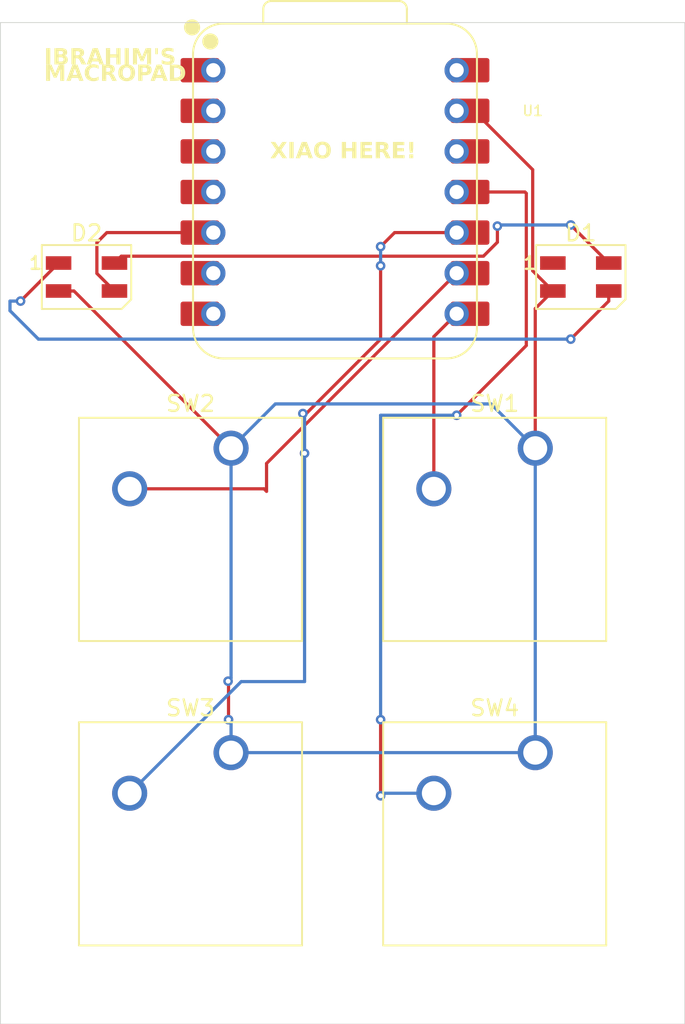
<source format=kicad_pcb>
(kicad_pcb (version 20241229) (generator "pcbnew") (generator_version "9.0")
  (layers (0 "F.Cu" signal) (2 "B.Cu" signal) (13 "F.Paste" user) (15 "B.Paste" user) (5 "F.SilkS" user "F.Silkscreen") (7 "B.SilkS" user "B.Silkscreen") (1 "F.Mask" user) (3 "B.Mask" user) (25 "Edge.Cuts" user))
  (net 0 "")
  (net 2 "Net-(D1-DIN)")
  (net 3 "Net-(D1-VDD)")
  (net 4 "GND")
  (net 5 "Net-(D2-DIN)")
  (net 6 "Net-(U1-GPIO1{slash}RX)")
  (net 7 "Net-(U1-GPIO2{slash}SCK)")
  (net 8 "Net-(U1-GPIO4{slash}MISO)")
  (net 9 "Net-(U1-GPIO3{slash}MOSI)")
  (net 17 "+5V")
  (footprint "LED_SMD:LED_SK6812MINI_PLCC4_3.5x3.5mm_P1.75mm" (layer "F.Cu") (at 169.7 91.3625)
    (property "Reference" "D2" (at 0 -2.75 0) (layer "F.SilkS"))
    (property "Value" "SK6812MINI")
    (fp_line (start -2.8 -2) (end -2.8 2) (stroke (width 0.12)) (layer "F.SilkS"))
    (fp_line (start -2.8 -2) (end 2.8 -2) (stroke (width 0.12)) (layer "F.SilkS"))
    (fp_line (start -2.8 2) (end 2.2 2) (stroke (width 0.12)) (layer "F.SilkS"))
    (fp_line (start 2.8 1.4) (end 2.2 2) (stroke (width 0.12)) (layer "F.SilkS"))
    (fp_line (start 2.8 1.4) (end 2.8 -2) (stroke (width 0.12)) (layer "F.SilkS"))
    (fp_text user "1" (at -3.2 -0.875 0) (layer "F.SilkS") (effects (font (size 0.8 0.8))))
    (pad "1" smd rect (at -1.75 -0.875) (size 1.6 0.85) (layers "F.Cu" "F.Mask" "F.Paste") (net 2 "Net-(D1-DIN)"))
    (pad "2" smd rect (at -1.75 0.875) (size 1.6 0.85) (layers "F.Cu" "F.Mask" "F.Paste") (net 4 "GND"))
    (pad "3" smd rect (at 1.75 0.875) (size 1.6 0.85) (layers "F.Cu" "F.Mask" "F.Paste") (net 5 "Net-(D2-DIN)"))
    (pad "4" smd rect (at 1.75 -0.875) (size 1.6 0.85) (layers "F.Cu" "F.Mask" "F.Paste") (net 3 "Net-(D1-VDD)"))
  )
  (footprint "Button_Switch_Keyboard:SW_Cherry_MX_1.00u_PCB" (layer "F.Cu") (at 197.8025 102.07625)
    (property "Reference" "SW1" (at -2.54 -2.794 0) (layer "F.SilkS"))
    (property "Value" "SW_Push")
    (fp_line (start -9.525 -1.905) (end 4.445 -1.905) (stroke (width 0.12)) (layer "F.SilkS"))
    (fp_line (start -9.525 12.065) (end -9.525 -1.905) (stroke (width 0.12)) (layer "F.SilkS"))
    (fp_line (start 4.445 -1.905) (end 4.445 12.065) (stroke (width 0.12)) (layer "F.SilkS"))
    (fp_line (start 4.445 12.065) (end -9.525 12.065) (stroke (width 0.12)) (layer "F.SilkS"))
    (pad "" np_thru_hole circle (at -7.62 5.08) (size 1.7 1.7) (drill 1.7) (layers "*.Cu" "*.Mask"))
    (pad "" np_thru_hole circle (at -2.54 5.08) (size 4 4) (drill 4) (layers "*.Cu" "*.Mask"))
    (pad "" np_thru_hole circle (at 2.54 5.08) (size 1.7 1.7) (drill 1.7) (layers "*.Cu" "*.Mask"))
    (pad "1" thru_hole circle (at 0 0) (size 2.2 2.2) (drill 1.5) (layers "*.Cu" "*.Mask") (net 4 "GND"))
    (pad "2" thru_hole circle (at -6.35 2.54) (size 2.2 2.2) (drill 1.5) (layers "*.Cu" "*.Mask") (net 6 "Net-(U1-GPIO1{slash}RX)"))
  )
  (footprint "Button_Switch_Keyboard:SW_Cherry_MX_1.00u_PCB" (layer "F.Cu") (at 178.7525 102.07625)
    (property "Reference" "SW2" (at -2.54 -2.794 0) (layer "F.SilkS"))
    (property "Value" "SW_Push")
    (fp_line (start -9.525 -1.905) (end 4.445 -1.905) (stroke (width 0.12)) (layer "F.SilkS"))
    (fp_line (start -9.525 12.065) (end -9.525 -1.905) (stroke (width 0.12)) (layer "F.SilkS"))
    (fp_line (start 4.445 -1.905) (end 4.445 12.065) (stroke (width 0.12)) (layer "F.SilkS"))
    (fp_line (start 4.445 12.065) (end -9.525 12.065) (stroke (width 0.12)) (layer "F.SilkS"))
    (pad "" np_thru_hole circle (at -7.62 5.08) (size 1.7 1.7) (drill 1.7) (layers "*.Cu" "*.Mask"))
    (pad "" np_thru_hole circle (at -2.54 5.08) (size 4 4) (drill 4) (layers "*.Cu" "*.Mask"))
    (pad "" np_thru_hole circle (at 2.54 5.08) (size 1.7 1.7) (drill 1.7) (layers "*.Cu" "*.Mask"))
    (pad "1" thru_hole circle (at 0 0) (size 2.2 2.2) (drill 1.5) (layers "*.Cu" "*.Mask") (net 4 "GND"))
    (pad "2" thru_hole circle (at -6.35 2.54) (size 2.2 2.2) (drill 1.5) (layers "*.Cu" "*.Mask") (net 7 "Net-(U1-GPIO2{slash}SCK)"))
  )
  (footprint "Button_Switch_Keyboard:SW_Cherry_MX_1.00u_PCB" (layer "F.Cu") (at 178.7525 121.12625)
    (property "Reference" "SW3" (at -2.54 -2.794 0) (layer "F.SilkS"))
    (property "Value" "SW_Push")
    (fp_line (start -9.525 -1.905) (end 4.445 -1.905) (stroke (width 0.12)) (layer "F.SilkS"))
    (fp_line (start -9.525 12.065) (end -9.525 -1.905) (stroke (width 0.12)) (layer "F.SilkS"))
    (fp_line (start 4.445 -1.905) (end 4.445 12.065) (stroke (width 0.12)) (layer "F.SilkS"))
    (fp_line (start 4.445 12.065) (end -9.525 12.065) (stroke (width 0.12)) (layer "F.SilkS"))
    (pad "" np_thru_hole circle (at -7.62 5.08) (size 1.7 1.7) (drill 1.7) (layers "*.Cu" "*.Mask"))
    (pad "" np_thru_hole circle (at -2.54 5.08) (size 4 4) (drill 4) (layers "*.Cu" "*.Mask"))
    (pad "" np_thru_hole circle (at 2.54 5.08) (size 1.7 1.7) (drill 1.7) (layers "*.Cu" "*.Mask"))
    (pad "1" thru_hole circle (at 0 0) (size 2.2 2.2) (drill 1.5) (layers "*.Cu" "*.Mask") (net 4 "GND"))
    (pad "2" thru_hole circle (at -6.35 2.54) (size 2.2 2.2) (drill 1.5) (layers "*.Cu" "*.Mask") (net 8 "Net-(U1-GPIO4{slash}MISO)"))
  )
  (footprint "Button_Switch_Keyboard:SW_Cherry_MX_1.00u_PCB" (layer "F.Cu") (at 197.8025 121.12625)
    (property "Reference" "SW4" (at -2.54 -2.794 0) (layer "F.SilkS"))
    (property "Value" "SW_Push")
    (fp_line (start -9.525 -1.905) (end 4.445 -1.905) (stroke (width 0.12)) (layer "F.SilkS"))
    (fp_line (start -9.525 12.065) (end -9.525 -1.905) (stroke (width 0.12)) (layer "F.SilkS"))
    (fp_line (start 4.445 -1.905) (end 4.445 12.065) (stroke (width 0.12)) (layer "F.SilkS"))
    (fp_line (start 4.445 12.065) (end -9.525 12.065) (stroke (width 0.12)) (layer "F.SilkS"))
    (pad "" np_thru_hole circle (at -7.62 5.08) (size 1.7 1.7) (drill 1.7) (layers "*.Cu" "*.Mask"))
    (pad "" np_thru_hole circle (at -2.54 5.08) (size 4 4) (drill 4) (layers "*.Cu" "*.Mask"))
    (pad "" np_thru_hole circle (at 2.54 5.08) (size 1.7 1.7) (drill 1.7) (layers "*.Cu" "*.Mask"))
    (pad "1" thru_hole circle (at 0 0) (size 2.2 2.2) (drill 1.5) (layers "*.Cu" "*.Mask") (net 4 "GND"))
    (pad "2" thru_hole circle (at -6.35 2.54) (size 2.2 2.2) (drill 1.5) (layers "*.Cu" "*.Mask") (net 9 "Net-(U1-GPIO3{slash}MOSI)"))
  )
  (footprint "LED_SMD:LED_SK6812MINI_PLCC4_3.5x3.5mm_P1.75mm" (layer "F.Cu") (at 200.65625 91.3625)
    (property "Reference" "D1" (at 0 -2.75 0) (layer "F.SilkS"))
    (property "Value" "SK6812MINI")
    (fp_line (start -2.8 -2) (end -2.8 2) (stroke (width 0.12)) (layer "F.SilkS"))
    (fp_line (start -2.8 -2) (end 2.8 -2) (stroke (width 0.12)) (layer "F.SilkS"))
    (fp_line (start -2.8 2) (end 2.2 2) (stroke (width 0.12)) (layer "F.SilkS"))
    (fp_line (start 2.8 1.4) (end 2.2 2) (stroke (width 0.12)) (layer "F.SilkS"))
    (fp_line (start 2.8 1.4) (end 2.8 -2) (stroke (width 0.12)) (layer "F.SilkS"))
    (fp_text user "1" (at -3.2 -0.875 0) (layer "F.SilkS") (effects (font (size 0.8 0.8))))
    (pad "1" smd rect (at -1.75 -0.875) (size 1.6 0.85) (layers "F.Cu" "F.Mask" "F.Paste"))
    (pad "2" smd rect (at -1.75 0.875) (size 1.6 0.85) (layers "F.Cu" "F.Mask" "F.Paste") (net 4 "GND"))
    (pad "3" smd rect (at 1.75 0.875) (size 1.6 0.85) (layers "F.Cu" "F.Mask" "F.Paste") (net 2 "Net-(D1-DIN)"))
    (pad "4" smd rect (at 1.75 -0.875) (size 1.6 0.85) (layers "F.Cu" "F.Mask" "F.Paste") (net 3 "Net-(D1-VDD)"))
  )
  (footprint "OPL:XIAO-RP2040-DIP" (layer "F.Cu") (at 185.26125 86.0425)
    (property "Reference" "U1" (at 12.3825 -5.08 0) (layer "F.SilkS") (effects (font (size 0.635 0.635) (thickness 0.1016))))
    (property "Value" "XIAO-RP2040-DIP")
    (fp_line (start -8.89 8.509) (end -8.89 -8.636) (stroke (width 0.127)) (layer "F.SilkS"))
    (fp_line (start -6.985 10.414) (end 6.985 10.414) (stroke (width 0.127)) (layer "F.SilkS"))
    (fp_line (start -4.495 -10.541) (end -4.491272 -11.451272) (stroke (width 0.127)) (layer "F.SilkS"))
    (fp_line (start -3.991272 -11.951) (end 4.004 -11.951) (stroke (width 0.127)) (layer "F.SilkS"))
    (fp_line (start 4.504 -11.451) (end 4.504 -10.541) (stroke (width 0.127)) (layer "F.SilkS"))
    (fp_line (start 6.985 -10.541) (end -6.985 -10.541) (stroke (width 0.1)) (layer "F.SilkS"))
    (fp_line (start 6.985 -10.541) (end -6.985 -10.541) (stroke (width 0.127)) (layer "F.SilkS"))
    (fp_line (start 8.89 8.509) (end 8.89 -8.636) (stroke (width 0.127)) (layer "F.SilkS"))
    (fp_arc (start -8.89 -8.636) (mid -8.332038 -9.983038) (end -6.985 -10.541) (stroke (width 0.127)) (layer "F.SilkS"))
    (fp_arc (start -6.985 10.414) (mid -8.332038 9.856038) (end -8.89 8.509) (stroke (width 0.127)) (layer "F.SilkS"))
    (fp_arc (start -4.491272 -11.451272) (mid -4.344728 -11.80464) (end -3.991272 -11.951) (stroke (width 0.127)) (layer "F.SilkS"))
    (fp_arc (start 4.004 -11.951) (mid 4.357553 -11.804553) (end 4.504 -11.451) (stroke (width 0.127)) (layer "F.SilkS"))
    (fp_arc (start 6.985 -10.541) (mid 8.332038 -9.983038) (end 8.89 -8.636) (stroke (width 0.127)) (layer "F.SilkS"))
    (fp_arc (start 8.89 8.509) (mid 8.332038 9.856038) (end 6.985 10.414) (stroke (width 0.127)) (layer "F.SilkS"))
    (fp_circle (center -8.95 -10.3) (end -8.95 -10.554) (stroke (width 0.5)) (fill yes) (layer "F.SilkS"))
    (fp_circle (center -7.807 -9.42) (end -7.807 -9.674) (stroke (width 0.5)) (fill yes) (layer "F.SilkS"))
    (pad "1" smd roundrect (at -8.455 -7.62 180) (size 2.432 1.524) (layers "F.Cu" "F.Mask") (roundrect_rratio 0.1))
    (pad "1" thru_hole circle (at -7.62 -7.62 180) (size 1.524 1.524) (drill 0.889) (layers "*.Cu" "*.Mask"))
    (pad "2" smd roundrect (at -8.455 -5.08 180) (size 2.432 1.524) (layers "F.Cu" "F.Mask") (roundrect_rratio 0.1))
    (pad "2" thru_hole circle (at -7.62 -5.08 180) (size 1.524 1.524) (drill 0.889) (layers "*.Cu" "*.Mask"))
    (pad "3" smd roundrect (at -8.455 -2.54 180) (size 2.432 1.524) (layers "F.Cu" "F.Mask") (roundrect_rratio 0.1))
    (pad "3" thru_hole circle (at -7.62 -2.54 180) (size 1.524 1.524) (drill 0.889) (layers "*.Cu" "*.Mask"))
    (pad "4" smd roundrect (at -8.455 0 180) (size 2.432 1.524) (layers "F.Cu" "F.Mask") (roundrect_rratio 0.1))
    (pad "4" thru_hole circle (at -7.62 0 180) (size 1.524 1.524) (drill 0.889) (layers "*.Cu" "*.Mask"))
    (pad "5" smd roundrect (at -8.455 2.54 180) (size 2.432 1.524) (layers "F.Cu" "F.Mask") (roundrect_rratio 0.1) (net 5 "Net-(D2-DIN)"))
    (pad "5" thru_hole circle (at -7.62 2.54 180) (size 1.524 1.524) (drill 0.889) (layers "*.Cu" "*.Mask") (net 5 "Net-(D2-DIN)"))
    (pad "6" smd roundrect (at -8.455 5.08 180) (size 2.432 1.524) (layers "F.Cu" "F.Mask") (roundrect_rratio 0.1))
    (pad "6" thru_hole circle (at -7.62 5.08 180) (size 1.524 1.524) (drill 0.889) (layers "*.Cu" "*.Mask"))
    (pad "7" smd roundrect (at -8.455 7.62 180) (size 2.432 1.524) (layers "F.Cu" "F.Mask") (roundrect_rratio 0.1))
    (pad "7" thru_hole circle (at -7.62 7.62 180) (size 1.524 1.524) (drill 0.889) (layers "*.Cu" "*.Mask"))
    (pad "8" thru_hole circle (at 7.62 7.62) (size 1.524 1.524) (drill 0.889) (layers "*.Cu" "*.Mask") (net 6 "Net-(U1-GPIO1{slash}RX)"))
    (pad "8" smd roundrect (at 8.455 7.62) (size 2.432 1.524) (layers "F.Cu" "F.Mask") (roundrect_rratio 0.1) (net 6 "Net-(U1-GPIO1{slash}RX)"))
    (pad "9" thru_hole circle (at 7.62 5.08) (size 1.524 1.524) (drill 0.889) (layers "*.Cu" "*.Mask") (net 7 "Net-(U1-GPIO2{slash}SCK)"))
    (pad "9" smd roundrect (at 8.455 5.08) (size 2.432 1.524) (layers "F.Cu" "F.Mask") (roundrect_rratio 0.1) (net 7 "Net-(U1-GPIO2{slash}SCK)"))
    (pad "10" thru_hole circle (at 7.62 2.54) (size 1.524 1.524) (drill 0.889) (layers "*.Cu" "*.Mask") (net 8 "Net-(U1-GPIO4{slash}MISO)"))
    (pad "10" smd roundrect (at 8.455 2.54) (size 2.432 1.524) (layers "F.Cu" "F.Mask") (roundrect_rratio 0.1) (net 8 "Net-(U1-GPIO4{slash}MISO)"))
    (pad "11" thru_hole circle (at 7.62 0) (size 1.524 1.524) (drill 0.889) (layers "*.Cu" "*.Mask") (net 9 "Net-(U1-GPIO3{slash}MOSI)"))
    (pad "11" smd roundrect (at 8.455 0) (size 2.432 1.524) (layers "F.Cu" "F.Mask") (roundrect_rratio 0.1) (net 9 "Net-(U1-GPIO3{slash}MOSI)"))
    (pad "12" thru_hole circle (at 7.62 -2.54) (size 1.524 1.524) (drill 0.889) (layers "*.Cu" "*.Mask"))
    (pad "12" smd roundrect (at 8.455 -2.54) (size 2.432 1.524) (layers "F.Cu" "F.Mask") (roundrect_rratio 0.1))
    (pad "13" thru_hole circle (at 7.62 -5.08) (size 1.524 1.524) (drill 0.889) (layers "*.Cu" "*.Mask") (net 4 "GND"))
    (pad "13" smd roundrect (at 8.455 -5.08) (size 2.432 1.524) (layers "F.Cu" "F.Mask") (roundrect_rratio 0.1) (net 4 "GND"))
    (pad "14" thru_hole circle (at 7.62 -7.62) (size 1.524 1.524) (drill 0.889) (layers "*.Cu" "*.Mask") (net 17 "+5V"))
    (pad "14" smd roundrect (at 8.455 -7.62) (size 2.432 1.524) (layers "F.Cu" "F.Mask") (roundrect_rratio 0.1) (net 17 "+5V"))
  )
  (gr_rect (start 164.30625 75.44) (end 207.16875 138.1125) (stroke (width 0.05)) (fill no) (layer "Edge.Cuts"))
  (gr_text "IBRAHIM'S" (at 167.04 78.23 0) (layer "F.SilkS") (effects (font (size 1 1) (thickness 0.1)) (justify left bottom)))
  (gr_text "XIAO HERE!" (at 181.2 84.1 0) (layer "F.SilkS") (effects (font (size 1 1) (thickness 0.1)) (justify left bottom)))
  (gr_text "MACROPAD" (at 167.04 79.26 0) (layer "F.SilkS") (effects (font (size 1 1) (thickness 0.1)) (justify left bottom)))
  (segment (start 202.40625 92.2375) (end 202.40625 92.86875) (width 0.2) (layer "F.Cu") (net 2))
  (segment (start 165.56875 92.86875) (end 167.95 90.4875) (width 0.2) (layer "F.Cu") (net 2))
  (segment (start 202.40625 92.86875) (end 200.025 95.25) (width 0.2) (layer "F.Cu") (net 2))
  (via (at 200.025 95.25) (size 0.6) (drill 0.3) (layers "F.Cu" "B.Cu") (net 2))
  (via (at 165.56875 92.86875) (size 0.6) (drill 0.3) (layers "F.Cu" "B.Cu") (net 2))
  (segment (start 166.6875 95.25) (end 200.025 95.25) (width 0.2) (layer "B.Cu") (net 2))
  (segment (start 165.56875 92.86875) (end 164.90725 92.86875) (width 0.2) (layer "B.Cu") (net 2))
  (segment (start 164.90725 92.86875) (end 164.90725 93.46975) (width 0.2) (layer "B.Cu") (net 2))
  (segment (start 164.90725 93.46975) (end 166.6875 95.25) (width 0.2) (layer "B.Cu") (net 2))
  (segment (start 195.43225 89.185126) (end 194.557876 90.0595) (width 0.2) (layer "F.Cu") (net 3))
  (segment (start 195.43225 88.176386) (end 195.43225 89.185126) (width 0.2) (layer "F.Cu") (net 3))
  (segment (start 171.878 90.0595) (end 171.45 90.4875) (width 0.2) (layer "F.Cu") (net 3))
  (segment (start 202.40625 90.4875) (end 200.025 88.10625) (width 0.2) (layer "F.Cu") (net 3))
  (segment (start 194.557876 90.0595) (end 171.878 90.0595) (width 0.2) (layer "F.Cu") (net 3))
  (via (at 195.43225 88.176386) (size 0.6) (drill 0.3) (layers "F.Cu" "B.Cu") (net 3))
  (via (at 200.025 88.10625) (size 0.6) (drill 0.3) (layers "F.Cu" "B.Cu") (net 3))
  (segment (start 195.362114 88.10625) (end 195.43225 88.176386) (width 0.2) (layer "B.Cu") (net 3))
  (segment (start 200.025 88.10625) (end 195.362114 88.10625) (width 0.2) (layer "B.Cu") (net 3))
  (segment (start 192.88125 80.9625) (end 193.95888 80.9625) (width 0.2) (layer "F.Cu") (net 4))
  (segment (start 178.59375 116.68125) (end 178.56636 116.65386) (width 0.2) (layer "F.Cu") (net 4))
  (segment (start 197.8025 102.07625) (end 197.8025 93.34125) (width 0.2) (layer "F.Cu") (net 4))
  (segment (start 178.59375 119.0625) (end 178.59375 116.68125) (width 0.2) (layer "F.Cu") (net 4))
  (segment (start 197.8025 93.34125) (end 198.90625 92.2375) (width 0.2) (layer "F.Cu") (net 4))
  (segment (start 193.95888 80.9625) (end 197.64375 84.64737) (width 0.2) (layer "F.Cu") (net 4))
  (segment (start 197.64375 84.64737) (end 197.64375 90.975) (width 0.2) (layer "F.Cu") (net 4))
  (segment (start 197.64375 90.975) (end 198.90625 92.2375) (width 0.2) (layer "F.Cu") (net 4))
  (segment (start 178.7525 102.07625) (end 168.91375 92.2375) (width 0.2) (layer "F.Cu") (net 4))
  (segment (start 168.91375 92.2375) (end 167.95 92.2375) (width 0.2) (layer "F.Cu") (net 4))
  (via (at 178.59375 119.0625) (size 0.6) (drill 0.3) (layers "F.Cu" "B.Cu") (net 4))
  (via (at 178.56636 116.65386) (size 0.6) (drill 0.3) (layers "F.Cu" "B.Cu") (net 4))
  (segment (start 178.7525 121.12625) (end 178.7525 119.22125) (width 0.2) (layer "B.Cu") (net 4))
  (segment (start 178.7525 102.07625) (end 181.524015 99.304735) (width 0.2) (layer "B.Cu") (net 4))
  (segment (start 181.524015 99.304735) (end 195.030985 99.304735) (width 0.2) (layer "B.Cu") (net 4))
  (segment (start 178.7525 116.46772) (end 178.7525 102.07625) (width 0.2) (layer "B.Cu") (net 4))
  (segment (start 195.030985 99.304735) (end 197.8025 102.07625) (width 0.2) (layer "B.Cu") (net 4))
  (segment (start 197.8025 121.12625) (end 178.7525 121.12625) (width 0.2) (layer "B.Cu") (net 4))
  (segment (start 178.56636 116.65386) (end 178.7525 116.46772) (width 0.2) (layer "B.Cu") (net 4))
  (segment (start 197.8025 102.07625) (end 197.8025 121.12625) (width 0.2) (layer "B.Cu") (net 4))
  (segment (start 178.7525 119.22125) (end 178.59375 119.0625) (width 0.2) (layer "B.Cu") (net 4))
  (segment (start 170.97375 88.5825) (end 176.80625 88.5825) (width 0.2) (layer "F.Cu") (net 5))
  (segment (start 170.349 89.20725) (end 170.97375 88.5825) (width 0.2) (layer "F.Cu") (net 5))
  (segment (start 170.349 91.1365) (end 170.349 89.20725) (width 0.2) (layer "F.Cu") (net 5))
  (segment (start 171.45 92.2375) (end 170.349 91.1365) (width 0.2) (layer "F.Cu") (net 5))
  (segment (start 191.4525 95.09125) (end 192.88125 93.6625) (width 0.2) (layer "F.Cu") (net 6))
  (segment (start 191.4525 104.61625) (end 191.4525 95.09125) (width 0.2) (layer "F.Cu") (net 6))
  (segment (start 180.975 103.02875) (end 192.88125 91.1225) (width 0.2) (layer "F.Cu") (net 7))
  (segment (start 180.975 104.775) (end 180.975 103.02875) (width 0.2) (layer "F.Cu") (net 7))
  (segment (start 172.4025 104.61625) (end 180.81625 104.61625) (width 0.2) (layer "F.Cu") (net 7))
  (segment (start 180.81625 104.61625) (end 180.975 104.775) (width 0.2) (layer "F.Cu") (net 7))
  (segment (start 188.11875 95.25) (end 183.35625 100.0125) (width 0.2) (layer "F.Cu") (net 8))
  (segment (start 183.35625 100.0125) (end 183.249485 99.905735) (width 0.2) (layer "F.Cu") (net 8))
  (segment (start 192.88125 88.5825) (end 188.99575 88.5825) (width 0.2) (layer "F.Cu") (net 8))
  (segment (start 188.99575 88.5825) (end 188.11875 89.4595) (width 0.2) (layer "F.Cu") (net 8))
  (segment (start 188.11875 90.6595) (end 188.11875 95.25) (width 0.2) (layer "F.Cu") (net 8))
  (via (at 188.11875 90.6595) (size 0.6) (drill 0.3) (layers "F.Cu" "B.Cu") (net 8))
  (via (at 183.249485 99.905735) (size 0.6) (drill 0.3) (layers "F.Cu" "B.Cu") (net 8))
  (via (at 183.35625 102.39375) (size 0.6) (drill 0.3) (layers "F.Cu" "B.Cu") (net 8))
  (via (at 188.11875 89.4595) (size 0.6) (drill 0.3) (layers "F.Cu" "B.Cu") (net 8))
  (segment (start 183.35625 116.68125) (end 179.3875 116.68125) (width 0.2) (layer "B.Cu") (net 8))
  (segment (start 188.11875 89.4595) (end 188.11875 90.6595) (width 0.2) (layer "B.Cu") (net 8))
  (segment (start 183.249485 99.905735) (end 183.35625 100.0125) (width 0.2) (layer "B.Cu") (net 8))
  (segment (start 183.35625 100.0125) (end 183.35625 102.39375) (width 0.2) (layer "B.Cu") (net 8))
  (segment (start 179.3875 116.68125) (end 172.4025 123.66625) (width 0.2) (layer "B.Cu") (net 8))
  (segment (start 183.35625 102.39375) (end 183.35625 116.68125) (width 0.2) (layer "B.Cu") (net 8))
  (segment (start 192.88125 100.0125) (end 197.24275 95.651) (width 0.2) (layer "F.Cu") (net 9))
  (segment (start 197.15925 86.0425) (end 193.71625 86.0425) (width 0.2) (layer "F.Cu") (net 9))
  (segment (start 197.24275 95.651) (end 197.24275 86.126) (width 0.2) (layer "F.Cu") (net 9))
  (segment (start 188.11875 123.825) (end 188.11875 119.0625) (width 0.2) (layer "F.Cu") (net 9))
  (segment (start 197.24275 86.126) (end 197.15925 86.0425) (width 0.2) (layer "F.Cu") (net 9))
  (via (at 188.11875 119.0625) (size 0.6) (drill 0.3) (layers "F.Cu" "B.Cu") (net 9))
  (via (at 192.88125 100.0125) (size 0.6) (drill 0.3) (layers "F.Cu" "B.Cu") (net 9))
  (via (at 188.11875 123.825) (size 0.6) (drill 0.3) (layers "F.Cu" "B.Cu") (net 9))
  (segment (start 188.11875 100.0125) (end 188.11875 119.0625) (width 0.2) (layer "B.Cu") (net 9))
  (segment (start 191.4525 123.66625) (end 188.2775 123.66625) (width 0.2) (layer "B.Cu") (net 9))
  (segment (start 188.11875 100.0125) (end 192.88125 100.0125) (width 0.2) (layer "B.Cu") (net 9))
  (segment (start 188.2775 123.66625) (end 188.11875 123.825) (width 0.2) (layer "B.Cu") (net 9))
)
</source>
